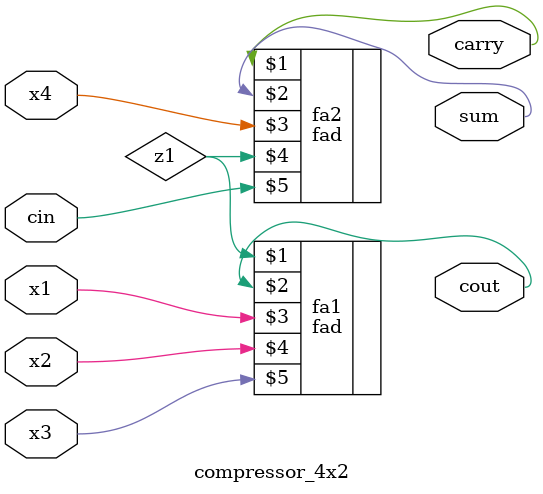
<source format=v>
module compressor_4x2(output cout, output carry, output sum, input x1,input x2,input x3,input x4, input cin);
wire z1;
fad fa1(z1,cout,x1,x2,x3);
fad fa2(carry,sum,x4,z1,cin);

endmodule

</source>
